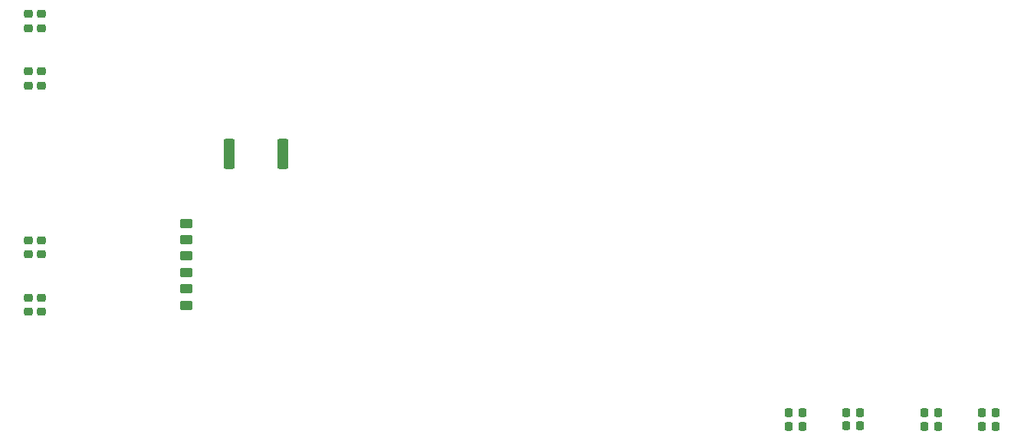
<source format=gbr>
%TF.GenerationSoftware,KiCad,Pcbnew,(6.0.9)*%
%TF.CreationDate,2023-07-13T02:30:16+01:00*%
%TF.ProjectId,Resonant_Converter_V1,5265736f-6e61-46e7-945f-436f6e766572,rev?*%
%TF.SameCoordinates,Original*%
%TF.FileFunction,Paste,Bot*%
%TF.FilePolarity,Positive*%
%FSLAX46Y46*%
G04 Gerber Fmt 4.6, Leading zero omitted, Abs format (unit mm)*
G04 Created by KiCad (PCBNEW (6.0.9)) date 2023-07-13 02:30:16*
%MOMM*%
%LPD*%
G01*
G04 APERTURE LIST*
G04 Aperture macros list*
%AMRoundRect*
0 Rectangle with rounded corners*
0 $1 Rounding radius*
0 $2 $3 $4 $5 $6 $7 $8 $9 X,Y pos of 4 corners*
0 Add a 4 corners polygon primitive as box body*
4,1,4,$2,$3,$4,$5,$6,$7,$8,$9,$2,$3,0*
0 Add four circle primitives for the rounded corners*
1,1,$1+$1,$2,$3*
1,1,$1+$1,$4,$5*
1,1,$1+$1,$6,$7*
1,1,$1+$1,$8,$9*
0 Add four rect primitives between the rounded corners*
20,1,$1+$1,$2,$3,$4,$5,0*
20,1,$1+$1,$4,$5,$6,$7,0*
20,1,$1+$1,$6,$7,$8,$9,0*
20,1,$1+$1,$8,$9,$2,$3,0*%
G04 Aperture macros list end*
%ADD10RoundRect,0.225000X-0.250000X0.225000X-0.250000X-0.225000X0.250000X-0.225000X0.250000X0.225000X0*%
%ADD11RoundRect,0.250000X-0.450000X0.262500X-0.450000X-0.262500X0.450000X-0.262500X0.450000X0.262500X0*%
%ADD12RoundRect,0.225000X-0.225000X-0.250000X0.225000X-0.250000X0.225000X0.250000X-0.225000X0.250000X0*%
%ADD13RoundRect,0.250000X0.362500X1.425000X-0.362500X1.425000X-0.362500X-1.425000X0.362500X-1.425000X0*%
%ADD14RoundRect,0.225000X0.225000X0.250000X-0.225000X0.250000X-0.225000X-0.250000X0.225000X-0.250000X0*%
%ADD15RoundRect,0.225000X0.250000X-0.225000X0.250000X0.225000X-0.250000X0.225000X-0.250000X-0.225000X0*%
G04 APERTURE END LIST*
D10*
%TO.C,C8*%
X67107500Y-64870000D03*
X67107500Y-66420000D03*
%TD*%
D11*
%TO.C,R26*%
X84500000Y-81687500D03*
X84500000Y-83512500D03*
%TD*%
D12*
%TO.C,C72*%
X172401904Y-104100000D03*
X173951904Y-104100000D03*
%TD*%
D13*
%TO.C,R14*%
X95212500Y-74000000D03*
X89287500Y-74000000D03*
%TD*%
D14*
%TO.C,C83*%
X152590000Y-102600000D03*
X151040000Y-102600000D03*
%TD*%
D11*
%TO.C,R24*%
X84500000Y-88887500D03*
X84500000Y-90712500D03*
%TD*%
D12*
%TO.C,C84*%
X157390000Y-104050000D03*
X158940000Y-104050000D03*
%TD*%
D14*
%TO.C,C76*%
X173940000Y-102600000D03*
X172390000Y-102600000D03*
%TD*%
%TO.C,C85*%
X157390000Y-102600000D03*
X158940000Y-102600000D03*
%TD*%
D10*
%TO.C,C7*%
X67107500Y-58525000D03*
X67107500Y-60075000D03*
%TD*%
D15*
%TO.C,C24*%
X67107500Y-91420000D03*
X67107500Y-89870000D03*
%TD*%
D10*
%TO.C,C25*%
X68547500Y-89870000D03*
X68547500Y-91420000D03*
%TD*%
D11*
%TO.C,R25*%
X84500000Y-85287500D03*
X84500000Y-87112500D03*
%TD*%
D12*
%TO.C,C82*%
X151045000Y-104090000D03*
X152595000Y-104090000D03*
%TD*%
D15*
%TO.C,C19*%
X68530000Y-85075000D03*
X68530000Y-83525000D03*
%TD*%
D12*
%TO.C,C71*%
X166040000Y-102600000D03*
X167590000Y-102600000D03*
%TD*%
D10*
%TO.C,C6*%
X68547500Y-58525000D03*
X68547500Y-60075000D03*
%TD*%
D15*
%TO.C,C9*%
X68547500Y-66420000D03*
X68547500Y-64870000D03*
%TD*%
D10*
%TO.C,C23*%
X67107500Y-83525000D03*
X67107500Y-85075000D03*
%TD*%
D12*
%TO.C,C28*%
X166040000Y-104090000D03*
X167590000Y-104090000D03*
%TD*%
M02*

</source>
